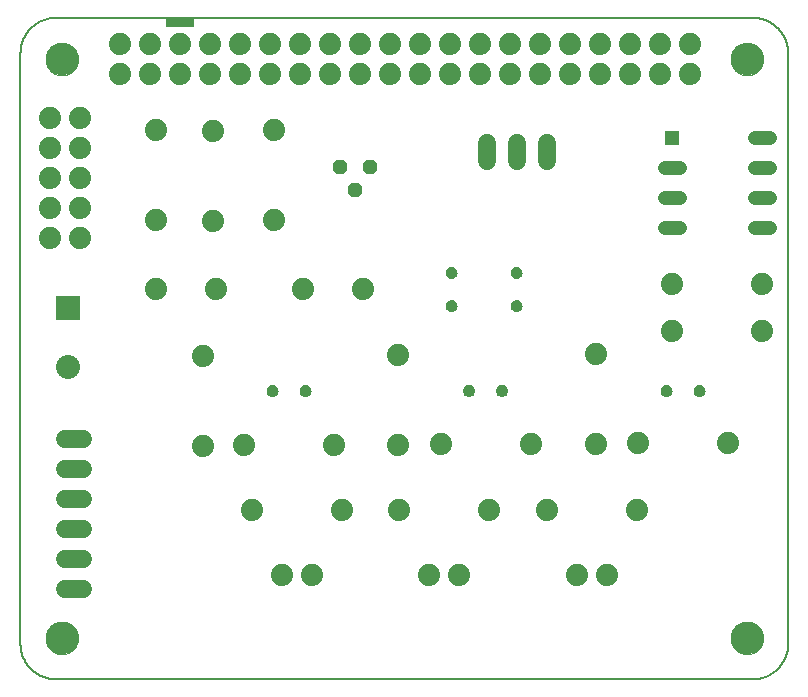
<source format=gts>
G04 EAGLE Gerber RS-274X export*
G75*
%MOMM*%
%FSLAX34Y34*%
%LPD*%
%INSolder Mask top*%
%IPPOS*%
%AMOC8*
5,1,8,0,0,1.08239X$1,22.5*%
G01*
%ADD10C,0.000000*%
%ADD11C,2.750000*%
%ADD12C,0.203200*%
%ADD13C,1.879600*%
%ADD14P,1.319650X8X202.500000*%
%ADD15C,1.524000*%
%ADD16R,1.219200X1.219200*%
%ADD17C,1.219200*%
%ADD18R,2.032000X2.032000*%
%ADD19C,2.032000*%

G36*
X146005Y551954D02*
X146005Y551954D01*
X146008Y551951D01*
X146317Y552000D01*
X146325Y552008D01*
X146331Y552005D01*
X146610Y552147D01*
X146615Y552157D01*
X146623Y552156D01*
X146844Y552377D01*
X146845Y552389D01*
X146853Y552390D01*
X146995Y552669D01*
X146994Y552673D01*
X146998Y552676D01*
X146995Y552680D01*
X147000Y552683D01*
X147049Y552992D01*
X147046Y552997D01*
X147049Y553000D01*
X147049Y560000D01*
X147013Y560047D01*
X147006Y560042D01*
X147000Y560049D01*
X123000Y560049D01*
X122953Y560013D01*
X122958Y560006D01*
X122951Y560000D01*
X122951Y553000D01*
X122954Y552995D01*
X122951Y552992D01*
X123000Y552683D01*
X123008Y552675D01*
X123005Y552669D01*
X123147Y552390D01*
X123157Y552385D01*
X123156Y552377D01*
X123377Y552156D01*
X123389Y552155D01*
X123390Y552147D01*
X123669Y552005D01*
X123680Y552007D01*
X123683Y552000D01*
X123992Y551951D01*
X123997Y551954D01*
X124000Y551951D01*
X146000Y551951D01*
X146005Y551954D01*
G37*
G36*
X421011Y339091D02*
X421011Y339091D01*
X421060Y339105D01*
X421150Y339121D01*
X422106Y339437D01*
X422151Y339461D01*
X422235Y339497D01*
X423096Y340018D01*
X423134Y340051D01*
X423209Y340104D01*
X423933Y340804D01*
X423962Y340845D01*
X424023Y340914D01*
X424573Y341757D01*
X424593Y341803D01*
X424637Y341884D01*
X424985Y342828D01*
X424994Y342878D01*
X425019Y342966D01*
X425149Y343964D01*
X425147Y344007D01*
X425148Y344133D01*
X425009Y345144D01*
X424993Y345192D01*
X424974Y345282D01*
X424612Y346237D01*
X424586Y346280D01*
X424548Y346364D01*
X423983Y347214D01*
X423948Y347251D01*
X423891Y347323D01*
X423152Y348027D01*
X423109Y348055D01*
X423038Y348113D01*
X422160Y348634D01*
X422113Y348652D01*
X422031Y348693D01*
X421059Y349006D01*
X421009Y349013D01*
X420920Y349034D01*
X419902Y349123D01*
X419852Y349118D01*
X419761Y349119D01*
X418797Y348988D01*
X418749Y348972D01*
X418660Y348953D01*
X417749Y348611D01*
X417706Y348585D01*
X417623Y348546D01*
X416811Y348009D01*
X416775Y347974D01*
X416702Y347918D01*
X416030Y347214D01*
X416003Y347172D01*
X415944Y347101D01*
X415446Y346266D01*
X415428Y346218D01*
X415388Y346136D01*
X415088Y345211D01*
X415081Y345160D01*
X415059Y345071D01*
X414973Y344102D01*
X414977Y344055D01*
X414974Y343980D01*
X415076Y343004D01*
X415090Y342956D01*
X415106Y342866D01*
X415422Y341937D01*
X415447Y341893D01*
X415483Y341808D01*
X415997Y340973D01*
X416031Y340936D01*
X416085Y340861D01*
X416773Y340162D01*
X416814Y340132D01*
X416883Y340072D01*
X417710Y339543D01*
X417756Y339524D01*
X417837Y339480D01*
X418760Y339148D01*
X418810Y339140D01*
X418899Y339115D01*
X419873Y338997D01*
X419923Y339000D01*
X420009Y338996D01*
X421011Y339091D01*
G37*
G36*
X366011Y339091D02*
X366011Y339091D01*
X366060Y339105D01*
X366150Y339121D01*
X367106Y339437D01*
X367151Y339461D01*
X367235Y339497D01*
X368096Y340018D01*
X368134Y340051D01*
X368209Y340104D01*
X368933Y340804D01*
X368962Y340845D01*
X369023Y340914D01*
X369573Y341757D01*
X369593Y341803D01*
X369637Y341884D01*
X369985Y342828D01*
X369994Y342878D01*
X370019Y342966D01*
X370149Y343964D01*
X370147Y344007D01*
X370148Y344133D01*
X370009Y345144D01*
X369993Y345192D01*
X369974Y345282D01*
X369612Y346237D01*
X369586Y346280D01*
X369548Y346364D01*
X368983Y347214D01*
X368948Y347251D01*
X368891Y347323D01*
X368152Y348027D01*
X368109Y348055D01*
X368038Y348113D01*
X367160Y348634D01*
X367113Y348652D01*
X367031Y348693D01*
X366059Y349006D01*
X366009Y349013D01*
X365920Y349034D01*
X364902Y349123D01*
X364852Y349118D01*
X364761Y349119D01*
X363797Y348988D01*
X363749Y348972D01*
X363660Y348953D01*
X362749Y348611D01*
X362706Y348585D01*
X362623Y348546D01*
X361811Y348009D01*
X361775Y347974D01*
X361702Y347918D01*
X361030Y347214D01*
X361003Y347172D01*
X360944Y347101D01*
X360446Y346266D01*
X360428Y346218D01*
X360388Y346136D01*
X360088Y345211D01*
X360081Y345160D01*
X360059Y345071D01*
X359973Y344102D01*
X359977Y344055D01*
X359974Y343980D01*
X360076Y343004D01*
X360090Y342956D01*
X360106Y342866D01*
X360422Y341937D01*
X360447Y341893D01*
X360483Y341808D01*
X360997Y340973D01*
X361031Y340936D01*
X361085Y340861D01*
X361773Y340162D01*
X361814Y340132D01*
X361883Y340072D01*
X362710Y339543D01*
X362756Y339524D01*
X362837Y339480D01*
X363760Y339148D01*
X363810Y339140D01*
X363899Y339115D01*
X364873Y338997D01*
X364923Y339000D01*
X365009Y338996D01*
X366011Y339091D01*
G37*
G36*
X366011Y311100D02*
X366011Y311100D01*
X366060Y311114D01*
X366150Y311130D01*
X367106Y311446D01*
X367151Y311470D01*
X367235Y311506D01*
X368096Y312027D01*
X368134Y312060D01*
X368209Y312113D01*
X368933Y312813D01*
X368962Y312854D01*
X369023Y312923D01*
X369573Y313766D01*
X369593Y313812D01*
X369637Y313893D01*
X369985Y314837D01*
X369994Y314887D01*
X370019Y314975D01*
X370149Y315973D01*
X370147Y316016D01*
X370148Y316142D01*
X370009Y317153D01*
X369993Y317201D01*
X369974Y317291D01*
X369612Y318246D01*
X369586Y318289D01*
X369548Y318373D01*
X368983Y319223D01*
X368948Y319260D01*
X368891Y319332D01*
X368152Y320036D01*
X368109Y320064D01*
X368038Y320122D01*
X367160Y320643D01*
X367113Y320661D01*
X367031Y320702D01*
X366059Y321015D01*
X366009Y321022D01*
X365920Y321043D01*
X364902Y321132D01*
X364852Y321127D01*
X364761Y321128D01*
X363797Y320997D01*
X363749Y320981D01*
X363660Y320962D01*
X362749Y320620D01*
X362706Y320594D01*
X362623Y320555D01*
X361811Y320018D01*
X361775Y319983D01*
X361702Y319927D01*
X361030Y319223D01*
X361003Y319181D01*
X360944Y319110D01*
X360446Y318275D01*
X360428Y318227D01*
X360388Y318145D01*
X360088Y317220D01*
X360081Y317169D01*
X360059Y317080D01*
X359973Y316111D01*
X359977Y316064D01*
X359974Y315989D01*
X360076Y315013D01*
X360090Y314965D01*
X360106Y314875D01*
X360422Y313946D01*
X360447Y313902D01*
X360483Y313817D01*
X360997Y312982D01*
X361031Y312945D01*
X361085Y312870D01*
X361773Y312171D01*
X361814Y312141D01*
X361883Y312081D01*
X362710Y311552D01*
X362756Y311533D01*
X362837Y311489D01*
X363760Y311157D01*
X363810Y311149D01*
X363899Y311124D01*
X364873Y311006D01*
X364923Y311009D01*
X365009Y311005D01*
X366011Y311100D01*
G37*
G36*
X421011Y311100D02*
X421011Y311100D01*
X421060Y311114D01*
X421150Y311130D01*
X422106Y311446D01*
X422151Y311470D01*
X422235Y311506D01*
X423096Y312027D01*
X423134Y312060D01*
X423209Y312113D01*
X423933Y312813D01*
X423962Y312854D01*
X424023Y312923D01*
X424573Y313766D01*
X424593Y313812D01*
X424637Y313893D01*
X424985Y314837D01*
X424994Y314887D01*
X425019Y314975D01*
X425149Y315973D01*
X425147Y316016D01*
X425148Y316142D01*
X425009Y317153D01*
X424993Y317201D01*
X424974Y317291D01*
X424612Y318246D01*
X424586Y318289D01*
X424548Y318373D01*
X423983Y319223D01*
X423948Y319260D01*
X423891Y319332D01*
X423152Y320036D01*
X423109Y320064D01*
X423038Y320122D01*
X422160Y320643D01*
X422113Y320661D01*
X422031Y320702D01*
X421059Y321015D01*
X421009Y321022D01*
X420920Y321043D01*
X419902Y321132D01*
X419852Y321127D01*
X419761Y321128D01*
X418797Y320997D01*
X418749Y320981D01*
X418660Y320962D01*
X417749Y320620D01*
X417706Y320594D01*
X417623Y320555D01*
X416811Y320018D01*
X416775Y319983D01*
X416702Y319927D01*
X416030Y319223D01*
X416003Y319181D01*
X415944Y319110D01*
X415446Y318275D01*
X415428Y318227D01*
X415388Y318145D01*
X415088Y317220D01*
X415081Y317169D01*
X415059Y317080D01*
X414973Y316111D01*
X414977Y316064D01*
X414974Y315989D01*
X415076Y315013D01*
X415090Y314965D01*
X415106Y314875D01*
X415422Y313946D01*
X415447Y313902D01*
X415483Y313817D01*
X415997Y312982D01*
X416031Y312945D01*
X416085Y312870D01*
X416773Y312171D01*
X416814Y312141D01*
X416883Y312081D01*
X417710Y311552D01*
X417756Y311533D01*
X417837Y311489D01*
X418760Y311157D01*
X418810Y311149D01*
X418899Y311124D01*
X419873Y311006D01*
X419923Y311009D01*
X420009Y311005D01*
X421011Y311100D01*
G37*
G36*
X407736Y239077D02*
X407736Y239077D01*
X407811Y239074D01*
X408787Y239176D01*
X408835Y239190D01*
X408925Y239206D01*
X409854Y239522D01*
X409898Y239547D01*
X409983Y239583D01*
X410818Y240097D01*
X410855Y240131D01*
X410930Y240185D01*
X411630Y240873D01*
X411659Y240914D01*
X411719Y240983D01*
X412248Y241810D01*
X412267Y241856D01*
X412311Y241937D01*
X412643Y242860D01*
X412651Y242910D01*
X412676Y242999D01*
X412794Y243973D01*
X412791Y244023D01*
X412795Y244109D01*
X412700Y245111D01*
X412686Y245160D01*
X412670Y245250D01*
X412354Y246206D01*
X412330Y246251D01*
X412295Y246335D01*
X411773Y247196D01*
X411740Y247234D01*
X411687Y247309D01*
X410987Y248033D01*
X410946Y248062D01*
X410877Y248123D01*
X410034Y248673D01*
X409988Y248693D01*
X409907Y248737D01*
X408963Y249085D01*
X408913Y249094D01*
X408825Y249119D01*
X407827Y249249D01*
X407784Y249247D01*
X407658Y249248D01*
X406647Y249109D01*
X406599Y249093D01*
X406509Y249074D01*
X405554Y248712D01*
X405511Y248686D01*
X405427Y248648D01*
X404577Y248083D01*
X404540Y248048D01*
X404468Y247991D01*
X403764Y247252D01*
X403736Y247209D01*
X403678Y247138D01*
X403157Y246260D01*
X403139Y246213D01*
X403098Y246131D01*
X402785Y245159D01*
X402778Y245109D01*
X402757Y245020D01*
X402668Y244002D01*
X402673Y243952D01*
X402672Y243861D01*
X402803Y242897D01*
X402819Y242849D01*
X402838Y242760D01*
X403180Y241849D01*
X403206Y241806D01*
X403245Y241723D01*
X403782Y240911D01*
X403817Y240875D01*
X403873Y240802D01*
X404577Y240130D01*
X404619Y240103D01*
X404690Y240044D01*
X405526Y239546D01*
X405573Y239528D01*
X405655Y239488D01*
X406581Y239188D01*
X406631Y239181D01*
X406720Y239159D01*
X407689Y239073D01*
X407736Y239077D01*
G37*
G36*
X379745Y239077D02*
X379745Y239077D01*
X379820Y239074D01*
X380796Y239176D01*
X380844Y239190D01*
X380934Y239206D01*
X381863Y239522D01*
X381907Y239547D01*
X381992Y239583D01*
X382827Y240097D01*
X382864Y240131D01*
X382939Y240185D01*
X383639Y240873D01*
X383668Y240914D01*
X383728Y240983D01*
X384257Y241810D01*
X384276Y241856D01*
X384320Y241937D01*
X384652Y242860D01*
X384660Y242910D01*
X384685Y242999D01*
X384803Y243973D01*
X384800Y244023D01*
X384804Y244109D01*
X384709Y245111D01*
X384695Y245160D01*
X384679Y245250D01*
X384363Y246206D01*
X384339Y246251D01*
X384304Y246335D01*
X383782Y247196D01*
X383749Y247234D01*
X383696Y247309D01*
X382996Y248033D01*
X382955Y248062D01*
X382886Y248123D01*
X382043Y248673D01*
X381997Y248693D01*
X381916Y248737D01*
X380972Y249085D01*
X380922Y249094D01*
X380834Y249119D01*
X379836Y249249D01*
X379793Y249247D01*
X379667Y249248D01*
X378656Y249109D01*
X378608Y249093D01*
X378518Y249074D01*
X377563Y248712D01*
X377520Y248686D01*
X377436Y248648D01*
X376586Y248083D01*
X376549Y248048D01*
X376477Y247991D01*
X375773Y247252D01*
X375745Y247209D01*
X375687Y247138D01*
X375166Y246260D01*
X375148Y246213D01*
X375107Y246131D01*
X374794Y245159D01*
X374787Y245109D01*
X374766Y245020D01*
X374677Y244002D01*
X374682Y243952D01*
X374681Y243861D01*
X374812Y242897D01*
X374828Y242849D01*
X374847Y242760D01*
X375189Y241849D01*
X375215Y241806D01*
X375254Y241723D01*
X375791Y240911D01*
X375826Y240875D01*
X375882Y240802D01*
X376586Y240130D01*
X376628Y240103D01*
X376699Y240044D01*
X377535Y239546D01*
X377582Y239528D01*
X377664Y239488D01*
X378590Y239188D01*
X378640Y239181D01*
X378729Y239159D01*
X379698Y239073D01*
X379745Y239077D01*
G37*
G36*
X241436Y239077D02*
X241436Y239077D01*
X241511Y239074D01*
X242487Y239176D01*
X242535Y239190D01*
X242625Y239206D01*
X243554Y239522D01*
X243598Y239547D01*
X243683Y239583D01*
X244518Y240097D01*
X244555Y240131D01*
X244630Y240185D01*
X245330Y240873D01*
X245359Y240914D01*
X245419Y240983D01*
X245948Y241810D01*
X245967Y241856D01*
X246011Y241937D01*
X246343Y242860D01*
X246351Y242910D01*
X246376Y242999D01*
X246494Y243973D01*
X246491Y244023D01*
X246495Y244109D01*
X246400Y245111D01*
X246386Y245160D01*
X246370Y245250D01*
X246054Y246206D01*
X246030Y246251D01*
X245995Y246335D01*
X245473Y247196D01*
X245440Y247234D01*
X245387Y247309D01*
X244687Y248033D01*
X244646Y248062D01*
X244577Y248123D01*
X243734Y248673D01*
X243688Y248693D01*
X243607Y248737D01*
X242663Y249085D01*
X242613Y249094D01*
X242525Y249119D01*
X241527Y249249D01*
X241484Y249247D01*
X241358Y249248D01*
X240347Y249109D01*
X240299Y249093D01*
X240209Y249074D01*
X239254Y248712D01*
X239211Y248686D01*
X239127Y248648D01*
X238277Y248083D01*
X238240Y248048D01*
X238168Y247991D01*
X237464Y247252D01*
X237436Y247209D01*
X237378Y247138D01*
X236857Y246260D01*
X236839Y246213D01*
X236798Y246131D01*
X236485Y245159D01*
X236478Y245109D01*
X236457Y245020D01*
X236368Y244002D01*
X236373Y243952D01*
X236372Y243861D01*
X236503Y242897D01*
X236519Y242849D01*
X236538Y242760D01*
X236880Y241849D01*
X236906Y241806D01*
X236945Y241723D01*
X237482Y240911D01*
X237517Y240875D01*
X237573Y240802D01*
X238277Y240130D01*
X238319Y240103D01*
X238390Y240044D01*
X239226Y239546D01*
X239273Y239528D01*
X239355Y239488D01*
X240281Y239188D01*
X240331Y239181D01*
X240420Y239159D01*
X241389Y239073D01*
X241436Y239077D01*
G37*
G36*
X213445Y239077D02*
X213445Y239077D01*
X213520Y239074D01*
X214496Y239176D01*
X214544Y239190D01*
X214634Y239206D01*
X215563Y239522D01*
X215607Y239547D01*
X215692Y239583D01*
X216527Y240097D01*
X216564Y240131D01*
X216639Y240185D01*
X217339Y240873D01*
X217368Y240914D01*
X217428Y240983D01*
X217957Y241810D01*
X217976Y241856D01*
X218020Y241937D01*
X218352Y242860D01*
X218360Y242910D01*
X218385Y242999D01*
X218503Y243973D01*
X218500Y244023D01*
X218504Y244109D01*
X218409Y245111D01*
X218395Y245160D01*
X218379Y245250D01*
X218063Y246206D01*
X218039Y246251D01*
X218004Y246335D01*
X217482Y247196D01*
X217449Y247234D01*
X217396Y247309D01*
X216696Y248033D01*
X216655Y248062D01*
X216586Y248123D01*
X215743Y248673D01*
X215697Y248693D01*
X215616Y248737D01*
X214672Y249085D01*
X214622Y249094D01*
X214534Y249119D01*
X213536Y249249D01*
X213493Y249247D01*
X213367Y249248D01*
X212356Y249109D01*
X212308Y249093D01*
X212218Y249074D01*
X211263Y248712D01*
X211220Y248686D01*
X211136Y248648D01*
X210286Y248083D01*
X210249Y248048D01*
X210177Y247991D01*
X209473Y247252D01*
X209445Y247209D01*
X209387Y247138D01*
X208866Y246260D01*
X208848Y246213D01*
X208807Y246131D01*
X208494Y245159D01*
X208487Y245109D01*
X208466Y245020D01*
X208377Y244002D01*
X208382Y243952D01*
X208381Y243861D01*
X208512Y242897D01*
X208528Y242849D01*
X208547Y242760D01*
X208889Y241849D01*
X208915Y241806D01*
X208954Y241723D01*
X209491Y240911D01*
X209526Y240875D01*
X209582Y240802D01*
X210286Y240130D01*
X210328Y240103D01*
X210399Y240044D01*
X211235Y239546D01*
X211282Y239528D01*
X211364Y239488D01*
X212290Y239188D01*
X212340Y239181D01*
X212429Y239159D01*
X213398Y239073D01*
X213445Y239077D01*
G37*
G36*
X547045Y239077D02*
X547045Y239077D01*
X547120Y239074D01*
X548096Y239176D01*
X548144Y239190D01*
X548234Y239206D01*
X549163Y239522D01*
X549207Y239547D01*
X549292Y239583D01*
X550127Y240097D01*
X550164Y240131D01*
X550239Y240185D01*
X550939Y240873D01*
X550968Y240914D01*
X551028Y240983D01*
X551557Y241810D01*
X551576Y241856D01*
X551620Y241937D01*
X551952Y242860D01*
X551960Y242910D01*
X551985Y242999D01*
X552103Y243973D01*
X552100Y244023D01*
X552104Y244109D01*
X552009Y245111D01*
X551995Y245160D01*
X551979Y245250D01*
X551663Y246206D01*
X551639Y246251D01*
X551604Y246335D01*
X551082Y247196D01*
X551049Y247234D01*
X550996Y247309D01*
X550296Y248033D01*
X550255Y248062D01*
X550186Y248123D01*
X549343Y248673D01*
X549297Y248693D01*
X549216Y248737D01*
X548272Y249085D01*
X548222Y249094D01*
X548134Y249119D01*
X547136Y249249D01*
X547093Y249247D01*
X546967Y249248D01*
X545956Y249109D01*
X545908Y249093D01*
X545818Y249074D01*
X544863Y248712D01*
X544820Y248686D01*
X544736Y248648D01*
X543886Y248083D01*
X543849Y248048D01*
X543777Y247991D01*
X543073Y247252D01*
X543045Y247209D01*
X542987Y247138D01*
X542466Y246260D01*
X542448Y246213D01*
X542407Y246131D01*
X542094Y245159D01*
X542087Y245109D01*
X542066Y245020D01*
X541977Y244002D01*
X541982Y243952D01*
X541981Y243861D01*
X542112Y242897D01*
X542128Y242849D01*
X542147Y242760D01*
X542489Y241849D01*
X542515Y241806D01*
X542554Y241723D01*
X543091Y240911D01*
X543126Y240875D01*
X543182Y240802D01*
X543886Y240130D01*
X543928Y240103D01*
X543999Y240044D01*
X544835Y239546D01*
X544882Y239528D01*
X544964Y239488D01*
X545890Y239188D01*
X545940Y239181D01*
X546029Y239159D01*
X546998Y239073D01*
X547045Y239077D01*
G37*
G36*
X575036Y239077D02*
X575036Y239077D01*
X575111Y239074D01*
X576087Y239176D01*
X576135Y239190D01*
X576225Y239206D01*
X577154Y239522D01*
X577198Y239547D01*
X577283Y239583D01*
X578118Y240097D01*
X578155Y240131D01*
X578230Y240185D01*
X578930Y240873D01*
X578959Y240914D01*
X579019Y240983D01*
X579548Y241810D01*
X579567Y241856D01*
X579611Y241937D01*
X579943Y242860D01*
X579951Y242910D01*
X579976Y242999D01*
X580094Y243973D01*
X580091Y244023D01*
X580095Y244109D01*
X580000Y245111D01*
X579986Y245160D01*
X579970Y245250D01*
X579654Y246206D01*
X579630Y246251D01*
X579595Y246335D01*
X579073Y247196D01*
X579040Y247234D01*
X578987Y247309D01*
X578287Y248033D01*
X578246Y248062D01*
X578177Y248123D01*
X577334Y248673D01*
X577288Y248693D01*
X577207Y248737D01*
X576263Y249085D01*
X576213Y249094D01*
X576125Y249119D01*
X575127Y249249D01*
X575084Y249247D01*
X574958Y249248D01*
X573947Y249109D01*
X573899Y249093D01*
X573809Y249074D01*
X572854Y248712D01*
X572811Y248686D01*
X572727Y248648D01*
X571877Y248083D01*
X571840Y248048D01*
X571768Y247991D01*
X571064Y247252D01*
X571036Y247209D01*
X570978Y247138D01*
X570457Y246260D01*
X570439Y246213D01*
X570398Y246131D01*
X570085Y245159D01*
X570078Y245109D01*
X570057Y245020D01*
X569968Y244002D01*
X569973Y243952D01*
X569972Y243861D01*
X570103Y242897D01*
X570119Y242849D01*
X570138Y242760D01*
X570480Y241849D01*
X570506Y241806D01*
X570545Y241723D01*
X571082Y240911D01*
X571117Y240875D01*
X571173Y240802D01*
X571877Y240130D01*
X571919Y240103D01*
X571990Y240044D01*
X572826Y239546D01*
X572873Y239528D01*
X572955Y239488D01*
X573881Y239188D01*
X573931Y239181D01*
X574020Y239159D01*
X574989Y239073D01*
X575036Y239077D01*
G37*
D10*
X21250Y525000D02*
X21254Y525337D01*
X21267Y525675D01*
X21287Y526012D01*
X21316Y526348D01*
X21353Y526683D01*
X21399Y527018D01*
X21452Y527351D01*
X21514Y527682D01*
X21584Y528013D01*
X21662Y528341D01*
X21748Y528667D01*
X21842Y528991D01*
X21944Y529313D01*
X22054Y529632D01*
X22171Y529949D01*
X22297Y530262D01*
X22430Y530572D01*
X22570Y530879D01*
X22718Y531182D01*
X22874Y531482D01*
X23036Y531777D01*
X23206Y532069D01*
X23383Y532356D01*
X23567Y532639D01*
X23758Y532917D01*
X23956Y533191D01*
X24160Y533459D01*
X24371Y533723D01*
X24588Y533981D01*
X24812Y534234D01*
X25042Y534481D01*
X25277Y534723D01*
X25519Y534958D01*
X25766Y535188D01*
X26019Y535412D01*
X26277Y535629D01*
X26541Y535840D01*
X26809Y536044D01*
X27083Y536242D01*
X27361Y536433D01*
X27644Y536617D01*
X27931Y536794D01*
X28223Y536964D01*
X28518Y537126D01*
X28818Y537282D01*
X29121Y537430D01*
X29428Y537570D01*
X29738Y537703D01*
X30051Y537829D01*
X30368Y537946D01*
X30687Y538056D01*
X31009Y538158D01*
X31333Y538252D01*
X31659Y538338D01*
X31987Y538416D01*
X32318Y538486D01*
X32649Y538548D01*
X32982Y538601D01*
X33317Y538647D01*
X33652Y538684D01*
X33988Y538713D01*
X34325Y538733D01*
X34663Y538746D01*
X35000Y538750D01*
X35337Y538746D01*
X35675Y538733D01*
X36012Y538713D01*
X36348Y538684D01*
X36683Y538647D01*
X37018Y538601D01*
X37351Y538548D01*
X37682Y538486D01*
X38013Y538416D01*
X38341Y538338D01*
X38667Y538252D01*
X38991Y538158D01*
X39313Y538056D01*
X39632Y537946D01*
X39949Y537829D01*
X40262Y537703D01*
X40572Y537570D01*
X40879Y537430D01*
X41182Y537282D01*
X41482Y537126D01*
X41777Y536964D01*
X42069Y536794D01*
X42356Y536617D01*
X42639Y536433D01*
X42917Y536242D01*
X43191Y536044D01*
X43459Y535840D01*
X43723Y535629D01*
X43981Y535412D01*
X44234Y535188D01*
X44481Y534958D01*
X44723Y534723D01*
X44958Y534481D01*
X45188Y534234D01*
X45412Y533981D01*
X45629Y533723D01*
X45840Y533459D01*
X46044Y533191D01*
X46242Y532917D01*
X46433Y532639D01*
X46617Y532356D01*
X46794Y532069D01*
X46964Y531777D01*
X47126Y531482D01*
X47282Y531182D01*
X47430Y530879D01*
X47570Y530572D01*
X47703Y530262D01*
X47829Y529949D01*
X47946Y529632D01*
X48056Y529313D01*
X48158Y528991D01*
X48252Y528667D01*
X48338Y528341D01*
X48416Y528013D01*
X48486Y527682D01*
X48548Y527351D01*
X48601Y527018D01*
X48647Y526683D01*
X48684Y526348D01*
X48713Y526012D01*
X48733Y525675D01*
X48746Y525337D01*
X48750Y525000D01*
X48746Y524663D01*
X48733Y524325D01*
X48713Y523988D01*
X48684Y523652D01*
X48647Y523317D01*
X48601Y522982D01*
X48548Y522649D01*
X48486Y522318D01*
X48416Y521987D01*
X48338Y521659D01*
X48252Y521333D01*
X48158Y521009D01*
X48056Y520687D01*
X47946Y520368D01*
X47829Y520051D01*
X47703Y519738D01*
X47570Y519428D01*
X47430Y519121D01*
X47282Y518818D01*
X47126Y518518D01*
X46964Y518223D01*
X46794Y517931D01*
X46617Y517644D01*
X46433Y517361D01*
X46242Y517083D01*
X46044Y516809D01*
X45840Y516541D01*
X45629Y516277D01*
X45412Y516019D01*
X45188Y515766D01*
X44958Y515519D01*
X44723Y515277D01*
X44481Y515042D01*
X44234Y514812D01*
X43981Y514588D01*
X43723Y514371D01*
X43459Y514160D01*
X43191Y513956D01*
X42917Y513758D01*
X42639Y513567D01*
X42356Y513383D01*
X42069Y513206D01*
X41777Y513036D01*
X41482Y512874D01*
X41182Y512718D01*
X40879Y512570D01*
X40572Y512430D01*
X40262Y512297D01*
X39949Y512171D01*
X39632Y512054D01*
X39313Y511944D01*
X38991Y511842D01*
X38667Y511748D01*
X38341Y511662D01*
X38013Y511584D01*
X37682Y511514D01*
X37351Y511452D01*
X37018Y511399D01*
X36683Y511353D01*
X36348Y511316D01*
X36012Y511287D01*
X35675Y511267D01*
X35337Y511254D01*
X35000Y511250D01*
X34663Y511254D01*
X34325Y511267D01*
X33988Y511287D01*
X33652Y511316D01*
X33317Y511353D01*
X32982Y511399D01*
X32649Y511452D01*
X32318Y511514D01*
X31987Y511584D01*
X31659Y511662D01*
X31333Y511748D01*
X31009Y511842D01*
X30687Y511944D01*
X30368Y512054D01*
X30051Y512171D01*
X29738Y512297D01*
X29428Y512430D01*
X29121Y512570D01*
X28818Y512718D01*
X28518Y512874D01*
X28223Y513036D01*
X27931Y513206D01*
X27644Y513383D01*
X27361Y513567D01*
X27083Y513758D01*
X26809Y513956D01*
X26541Y514160D01*
X26277Y514371D01*
X26019Y514588D01*
X25766Y514812D01*
X25519Y515042D01*
X25277Y515277D01*
X25042Y515519D01*
X24812Y515766D01*
X24588Y516019D01*
X24371Y516277D01*
X24160Y516541D01*
X23956Y516809D01*
X23758Y517083D01*
X23567Y517361D01*
X23383Y517644D01*
X23206Y517931D01*
X23036Y518223D01*
X22874Y518518D01*
X22718Y518818D01*
X22570Y519121D01*
X22430Y519428D01*
X22297Y519738D01*
X22171Y520051D01*
X22054Y520368D01*
X21944Y520687D01*
X21842Y521009D01*
X21748Y521333D01*
X21662Y521659D01*
X21584Y521987D01*
X21514Y522318D01*
X21452Y522649D01*
X21399Y522982D01*
X21353Y523317D01*
X21316Y523652D01*
X21287Y523988D01*
X21267Y524325D01*
X21254Y524663D01*
X21250Y525000D01*
D11*
X35000Y525000D03*
D10*
X601250Y525000D02*
X601254Y525337D01*
X601267Y525675D01*
X601287Y526012D01*
X601316Y526348D01*
X601353Y526683D01*
X601399Y527018D01*
X601452Y527351D01*
X601514Y527682D01*
X601584Y528013D01*
X601662Y528341D01*
X601748Y528667D01*
X601842Y528991D01*
X601944Y529313D01*
X602054Y529632D01*
X602171Y529949D01*
X602297Y530262D01*
X602430Y530572D01*
X602570Y530879D01*
X602718Y531182D01*
X602874Y531482D01*
X603036Y531777D01*
X603206Y532069D01*
X603383Y532356D01*
X603567Y532639D01*
X603758Y532917D01*
X603956Y533191D01*
X604160Y533459D01*
X604371Y533723D01*
X604588Y533981D01*
X604812Y534234D01*
X605042Y534481D01*
X605277Y534723D01*
X605519Y534958D01*
X605766Y535188D01*
X606019Y535412D01*
X606277Y535629D01*
X606541Y535840D01*
X606809Y536044D01*
X607083Y536242D01*
X607361Y536433D01*
X607644Y536617D01*
X607931Y536794D01*
X608223Y536964D01*
X608518Y537126D01*
X608818Y537282D01*
X609121Y537430D01*
X609428Y537570D01*
X609738Y537703D01*
X610051Y537829D01*
X610368Y537946D01*
X610687Y538056D01*
X611009Y538158D01*
X611333Y538252D01*
X611659Y538338D01*
X611987Y538416D01*
X612318Y538486D01*
X612649Y538548D01*
X612982Y538601D01*
X613317Y538647D01*
X613652Y538684D01*
X613988Y538713D01*
X614325Y538733D01*
X614663Y538746D01*
X615000Y538750D01*
X615337Y538746D01*
X615675Y538733D01*
X616012Y538713D01*
X616348Y538684D01*
X616683Y538647D01*
X617018Y538601D01*
X617351Y538548D01*
X617682Y538486D01*
X618013Y538416D01*
X618341Y538338D01*
X618667Y538252D01*
X618991Y538158D01*
X619313Y538056D01*
X619632Y537946D01*
X619949Y537829D01*
X620262Y537703D01*
X620572Y537570D01*
X620879Y537430D01*
X621182Y537282D01*
X621482Y537126D01*
X621777Y536964D01*
X622069Y536794D01*
X622356Y536617D01*
X622639Y536433D01*
X622917Y536242D01*
X623191Y536044D01*
X623459Y535840D01*
X623723Y535629D01*
X623981Y535412D01*
X624234Y535188D01*
X624481Y534958D01*
X624723Y534723D01*
X624958Y534481D01*
X625188Y534234D01*
X625412Y533981D01*
X625629Y533723D01*
X625840Y533459D01*
X626044Y533191D01*
X626242Y532917D01*
X626433Y532639D01*
X626617Y532356D01*
X626794Y532069D01*
X626964Y531777D01*
X627126Y531482D01*
X627282Y531182D01*
X627430Y530879D01*
X627570Y530572D01*
X627703Y530262D01*
X627829Y529949D01*
X627946Y529632D01*
X628056Y529313D01*
X628158Y528991D01*
X628252Y528667D01*
X628338Y528341D01*
X628416Y528013D01*
X628486Y527682D01*
X628548Y527351D01*
X628601Y527018D01*
X628647Y526683D01*
X628684Y526348D01*
X628713Y526012D01*
X628733Y525675D01*
X628746Y525337D01*
X628750Y525000D01*
X628746Y524663D01*
X628733Y524325D01*
X628713Y523988D01*
X628684Y523652D01*
X628647Y523317D01*
X628601Y522982D01*
X628548Y522649D01*
X628486Y522318D01*
X628416Y521987D01*
X628338Y521659D01*
X628252Y521333D01*
X628158Y521009D01*
X628056Y520687D01*
X627946Y520368D01*
X627829Y520051D01*
X627703Y519738D01*
X627570Y519428D01*
X627430Y519121D01*
X627282Y518818D01*
X627126Y518518D01*
X626964Y518223D01*
X626794Y517931D01*
X626617Y517644D01*
X626433Y517361D01*
X626242Y517083D01*
X626044Y516809D01*
X625840Y516541D01*
X625629Y516277D01*
X625412Y516019D01*
X625188Y515766D01*
X624958Y515519D01*
X624723Y515277D01*
X624481Y515042D01*
X624234Y514812D01*
X623981Y514588D01*
X623723Y514371D01*
X623459Y514160D01*
X623191Y513956D01*
X622917Y513758D01*
X622639Y513567D01*
X622356Y513383D01*
X622069Y513206D01*
X621777Y513036D01*
X621482Y512874D01*
X621182Y512718D01*
X620879Y512570D01*
X620572Y512430D01*
X620262Y512297D01*
X619949Y512171D01*
X619632Y512054D01*
X619313Y511944D01*
X618991Y511842D01*
X618667Y511748D01*
X618341Y511662D01*
X618013Y511584D01*
X617682Y511514D01*
X617351Y511452D01*
X617018Y511399D01*
X616683Y511353D01*
X616348Y511316D01*
X616012Y511287D01*
X615675Y511267D01*
X615337Y511254D01*
X615000Y511250D01*
X614663Y511254D01*
X614325Y511267D01*
X613988Y511287D01*
X613652Y511316D01*
X613317Y511353D01*
X612982Y511399D01*
X612649Y511452D01*
X612318Y511514D01*
X611987Y511584D01*
X611659Y511662D01*
X611333Y511748D01*
X611009Y511842D01*
X610687Y511944D01*
X610368Y512054D01*
X610051Y512171D01*
X609738Y512297D01*
X609428Y512430D01*
X609121Y512570D01*
X608818Y512718D01*
X608518Y512874D01*
X608223Y513036D01*
X607931Y513206D01*
X607644Y513383D01*
X607361Y513567D01*
X607083Y513758D01*
X606809Y513956D01*
X606541Y514160D01*
X606277Y514371D01*
X606019Y514588D01*
X605766Y514812D01*
X605519Y515042D01*
X605277Y515277D01*
X605042Y515519D01*
X604812Y515766D01*
X604588Y516019D01*
X604371Y516277D01*
X604160Y516541D01*
X603956Y516809D01*
X603758Y517083D01*
X603567Y517361D01*
X603383Y517644D01*
X603206Y517931D01*
X603036Y518223D01*
X602874Y518518D01*
X602718Y518818D01*
X602570Y519121D01*
X602430Y519428D01*
X602297Y519738D01*
X602171Y520051D01*
X602054Y520368D01*
X601944Y520687D01*
X601842Y521009D01*
X601748Y521333D01*
X601662Y521659D01*
X601584Y521987D01*
X601514Y522318D01*
X601452Y522649D01*
X601399Y522982D01*
X601353Y523317D01*
X601316Y523652D01*
X601287Y523988D01*
X601267Y524325D01*
X601254Y524663D01*
X601250Y525000D01*
D11*
X615000Y525000D03*
D10*
X21250Y35000D02*
X21254Y35337D01*
X21267Y35675D01*
X21287Y36012D01*
X21316Y36348D01*
X21353Y36683D01*
X21399Y37018D01*
X21452Y37351D01*
X21514Y37682D01*
X21584Y38013D01*
X21662Y38341D01*
X21748Y38667D01*
X21842Y38991D01*
X21944Y39313D01*
X22054Y39632D01*
X22171Y39949D01*
X22297Y40262D01*
X22430Y40572D01*
X22570Y40879D01*
X22718Y41182D01*
X22874Y41482D01*
X23036Y41777D01*
X23206Y42069D01*
X23383Y42356D01*
X23567Y42639D01*
X23758Y42917D01*
X23956Y43191D01*
X24160Y43459D01*
X24371Y43723D01*
X24588Y43981D01*
X24812Y44234D01*
X25042Y44481D01*
X25277Y44723D01*
X25519Y44958D01*
X25766Y45188D01*
X26019Y45412D01*
X26277Y45629D01*
X26541Y45840D01*
X26809Y46044D01*
X27083Y46242D01*
X27361Y46433D01*
X27644Y46617D01*
X27931Y46794D01*
X28223Y46964D01*
X28518Y47126D01*
X28818Y47282D01*
X29121Y47430D01*
X29428Y47570D01*
X29738Y47703D01*
X30051Y47829D01*
X30368Y47946D01*
X30687Y48056D01*
X31009Y48158D01*
X31333Y48252D01*
X31659Y48338D01*
X31987Y48416D01*
X32318Y48486D01*
X32649Y48548D01*
X32982Y48601D01*
X33317Y48647D01*
X33652Y48684D01*
X33988Y48713D01*
X34325Y48733D01*
X34663Y48746D01*
X35000Y48750D01*
X35337Y48746D01*
X35675Y48733D01*
X36012Y48713D01*
X36348Y48684D01*
X36683Y48647D01*
X37018Y48601D01*
X37351Y48548D01*
X37682Y48486D01*
X38013Y48416D01*
X38341Y48338D01*
X38667Y48252D01*
X38991Y48158D01*
X39313Y48056D01*
X39632Y47946D01*
X39949Y47829D01*
X40262Y47703D01*
X40572Y47570D01*
X40879Y47430D01*
X41182Y47282D01*
X41482Y47126D01*
X41777Y46964D01*
X42069Y46794D01*
X42356Y46617D01*
X42639Y46433D01*
X42917Y46242D01*
X43191Y46044D01*
X43459Y45840D01*
X43723Y45629D01*
X43981Y45412D01*
X44234Y45188D01*
X44481Y44958D01*
X44723Y44723D01*
X44958Y44481D01*
X45188Y44234D01*
X45412Y43981D01*
X45629Y43723D01*
X45840Y43459D01*
X46044Y43191D01*
X46242Y42917D01*
X46433Y42639D01*
X46617Y42356D01*
X46794Y42069D01*
X46964Y41777D01*
X47126Y41482D01*
X47282Y41182D01*
X47430Y40879D01*
X47570Y40572D01*
X47703Y40262D01*
X47829Y39949D01*
X47946Y39632D01*
X48056Y39313D01*
X48158Y38991D01*
X48252Y38667D01*
X48338Y38341D01*
X48416Y38013D01*
X48486Y37682D01*
X48548Y37351D01*
X48601Y37018D01*
X48647Y36683D01*
X48684Y36348D01*
X48713Y36012D01*
X48733Y35675D01*
X48746Y35337D01*
X48750Y35000D01*
X48746Y34663D01*
X48733Y34325D01*
X48713Y33988D01*
X48684Y33652D01*
X48647Y33317D01*
X48601Y32982D01*
X48548Y32649D01*
X48486Y32318D01*
X48416Y31987D01*
X48338Y31659D01*
X48252Y31333D01*
X48158Y31009D01*
X48056Y30687D01*
X47946Y30368D01*
X47829Y30051D01*
X47703Y29738D01*
X47570Y29428D01*
X47430Y29121D01*
X47282Y28818D01*
X47126Y28518D01*
X46964Y28223D01*
X46794Y27931D01*
X46617Y27644D01*
X46433Y27361D01*
X46242Y27083D01*
X46044Y26809D01*
X45840Y26541D01*
X45629Y26277D01*
X45412Y26019D01*
X45188Y25766D01*
X44958Y25519D01*
X44723Y25277D01*
X44481Y25042D01*
X44234Y24812D01*
X43981Y24588D01*
X43723Y24371D01*
X43459Y24160D01*
X43191Y23956D01*
X42917Y23758D01*
X42639Y23567D01*
X42356Y23383D01*
X42069Y23206D01*
X41777Y23036D01*
X41482Y22874D01*
X41182Y22718D01*
X40879Y22570D01*
X40572Y22430D01*
X40262Y22297D01*
X39949Y22171D01*
X39632Y22054D01*
X39313Y21944D01*
X38991Y21842D01*
X38667Y21748D01*
X38341Y21662D01*
X38013Y21584D01*
X37682Y21514D01*
X37351Y21452D01*
X37018Y21399D01*
X36683Y21353D01*
X36348Y21316D01*
X36012Y21287D01*
X35675Y21267D01*
X35337Y21254D01*
X35000Y21250D01*
X34663Y21254D01*
X34325Y21267D01*
X33988Y21287D01*
X33652Y21316D01*
X33317Y21353D01*
X32982Y21399D01*
X32649Y21452D01*
X32318Y21514D01*
X31987Y21584D01*
X31659Y21662D01*
X31333Y21748D01*
X31009Y21842D01*
X30687Y21944D01*
X30368Y22054D01*
X30051Y22171D01*
X29738Y22297D01*
X29428Y22430D01*
X29121Y22570D01*
X28818Y22718D01*
X28518Y22874D01*
X28223Y23036D01*
X27931Y23206D01*
X27644Y23383D01*
X27361Y23567D01*
X27083Y23758D01*
X26809Y23956D01*
X26541Y24160D01*
X26277Y24371D01*
X26019Y24588D01*
X25766Y24812D01*
X25519Y25042D01*
X25277Y25277D01*
X25042Y25519D01*
X24812Y25766D01*
X24588Y26019D01*
X24371Y26277D01*
X24160Y26541D01*
X23956Y26809D01*
X23758Y27083D01*
X23567Y27361D01*
X23383Y27644D01*
X23206Y27931D01*
X23036Y28223D01*
X22874Y28518D01*
X22718Y28818D01*
X22570Y29121D01*
X22430Y29428D01*
X22297Y29738D01*
X22171Y30051D01*
X22054Y30368D01*
X21944Y30687D01*
X21842Y31009D01*
X21748Y31333D01*
X21662Y31659D01*
X21584Y31987D01*
X21514Y32318D01*
X21452Y32649D01*
X21399Y32982D01*
X21353Y33317D01*
X21316Y33652D01*
X21287Y33988D01*
X21267Y34325D01*
X21254Y34663D01*
X21250Y35000D01*
D11*
X35000Y35000D03*
D10*
X601250Y35000D02*
X601254Y35337D01*
X601267Y35675D01*
X601287Y36012D01*
X601316Y36348D01*
X601353Y36683D01*
X601399Y37018D01*
X601452Y37351D01*
X601514Y37682D01*
X601584Y38013D01*
X601662Y38341D01*
X601748Y38667D01*
X601842Y38991D01*
X601944Y39313D01*
X602054Y39632D01*
X602171Y39949D01*
X602297Y40262D01*
X602430Y40572D01*
X602570Y40879D01*
X602718Y41182D01*
X602874Y41482D01*
X603036Y41777D01*
X603206Y42069D01*
X603383Y42356D01*
X603567Y42639D01*
X603758Y42917D01*
X603956Y43191D01*
X604160Y43459D01*
X604371Y43723D01*
X604588Y43981D01*
X604812Y44234D01*
X605042Y44481D01*
X605277Y44723D01*
X605519Y44958D01*
X605766Y45188D01*
X606019Y45412D01*
X606277Y45629D01*
X606541Y45840D01*
X606809Y46044D01*
X607083Y46242D01*
X607361Y46433D01*
X607644Y46617D01*
X607931Y46794D01*
X608223Y46964D01*
X608518Y47126D01*
X608818Y47282D01*
X609121Y47430D01*
X609428Y47570D01*
X609738Y47703D01*
X610051Y47829D01*
X610368Y47946D01*
X610687Y48056D01*
X611009Y48158D01*
X611333Y48252D01*
X611659Y48338D01*
X611987Y48416D01*
X612318Y48486D01*
X612649Y48548D01*
X612982Y48601D01*
X613317Y48647D01*
X613652Y48684D01*
X613988Y48713D01*
X614325Y48733D01*
X614663Y48746D01*
X615000Y48750D01*
X615337Y48746D01*
X615675Y48733D01*
X616012Y48713D01*
X616348Y48684D01*
X616683Y48647D01*
X617018Y48601D01*
X617351Y48548D01*
X617682Y48486D01*
X618013Y48416D01*
X618341Y48338D01*
X618667Y48252D01*
X618991Y48158D01*
X619313Y48056D01*
X619632Y47946D01*
X619949Y47829D01*
X620262Y47703D01*
X620572Y47570D01*
X620879Y47430D01*
X621182Y47282D01*
X621482Y47126D01*
X621777Y46964D01*
X622069Y46794D01*
X622356Y46617D01*
X622639Y46433D01*
X622917Y46242D01*
X623191Y46044D01*
X623459Y45840D01*
X623723Y45629D01*
X623981Y45412D01*
X624234Y45188D01*
X624481Y44958D01*
X624723Y44723D01*
X624958Y44481D01*
X625188Y44234D01*
X625412Y43981D01*
X625629Y43723D01*
X625840Y43459D01*
X626044Y43191D01*
X626242Y42917D01*
X626433Y42639D01*
X626617Y42356D01*
X626794Y42069D01*
X626964Y41777D01*
X627126Y41482D01*
X627282Y41182D01*
X627430Y40879D01*
X627570Y40572D01*
X627703Y40262D01*
X627829Y39949D01*
X627946Y39632D01*
X628056Y39313D01*
X628158Y38991D01*
X628252Y38667D01*
X628338Y38341D01*
X628416Y38013D01*
X628486Y37682D01*
X628548Y37351D01*
X628601Y37018D01*
X628647Y36683D01*
X628684Y36348D01*
X628713Y36012D01*
X628733Y35675D01*
X628746Y35337D01*
X628750Y35000D01*
X628746Y34663D01*
X628733Y34325D01*
X628713Y33988D01*
X628684Y33652D01*
X628647Y33317D01*
X628601Y32982D01*
X628548Y32649D01*
X628486Y32318D01*
X628416Y31987D01*
X628338Y31659D01*
X628252Y31333D01*
X628158Y31009D01*
X628056Y30687D01*
X627946Y30368D01*
X627829Y30051D01*
X627703Y29738D01*
X627570Y29428D01*
X627430Y29121D01*
X627282Y28818D01*
X627126Y28518D01*
X626964Y28223D01*
X626794Y27931D01*
X626617Y27644D01*
X626433Y27361D01*
X626242Y27083D01*
X626044Y26809D01*
X625840Y26541D01*
X625629Y26277D01*
X625412Y26019D01*
X625188Y25766D01*
X624958Y25519D01*
X624723Y25277D01*
X624481Y25042D01*
X624234Y24812D01*
X623981Y24588D01*
X623723Y24371D01*
X623459Y24160D01*
X623191Y23956D01*
X622917Y23758D01*
X622639Y23567D01*
X622356Y23383D01*
X622069Y23206D01*
X621777Y23036D01*
X621482Y22874D01*
X621182Y22718D01*
X620879Y22570D01*
X620572Y22430D01*
X620262Y22297D01*
X619949Y22171D01*
X619632Y22054D01*
X619313Y21944D01*
X618991Y21842D01*
X618667Y21748D01*
X618341Y21662D01*
X618013Y21584D01*
X617682Y21514D01*
X617351Y21452D01*
X617018Y21399D01*
X616683Y21353D01*
X616348Y21316D01*
X616012Y21287D01*
X615675Y21267D01*
X615337Y21254D01*
X615000Y21250D01*
X614663Y21254D01*
X614325Y21267D01*
X613988Y21287D01*
X613652Y21316D01*
X613317Y21353D01*
X612982Y21399D01*
X612649Y21452D01*
X612318Y21514D01*
X611987Y21584D01*
X611659Y21662D01*
X611333Y21748D01*
X611009Y21842D01*
X610687Y21944D01*
X610368Y22054D01*
X610051Y22171D01*
X609738Y22297D01*
X609428Y22430D01*
X609121Y22570D01*
X608818Y22718D01*
X608518Y22874D01*
X608223Y23036D01*
X607931Y23206D01*
X607644Y23383D01*
X607361Y23567D01*
X607083Y23758D01*
X606809Y23956D01*
X606541Y24160D01*
X606277Y24371D01*
X606019Y24588D01*
X605766Y24812D01*
X605519Y25042D01*
X605277Y25277D01*
X605042Y25519D01*
X604812Y25766D01*
X604588Y26019D01*
X604371Y26277D01*
X604160Y26541D01*
X603956Y26809D01*
X603758Y27083D01*
X603567Y27361D01*
X603383Y27644D01*
X603206Y27931D01*
X603036Y28223D01*
X602874Y28518D01*
X602718Y28818D01*
X602570Y29121D01*
X602430Y29428D01*
X602297Y29738D01*
X602171Y30051D01*
X602054Y30368D01*
X601944Y30687D01*
X601842Y31009D01*
X601748Y31333D01*
X601662Y31659D01*
X601584Y31987D01*
X601514Y32318D01*
X601452Y32649D01*
X601399Y32982D01*
X601353Y33317D01*
X601316Y33652D01*
X601287Y33988D01*
X601267Y34325D01*
X601254Y34663D01*
X601250Y35000D01*
D11*
X615000Y35000D03*
D12*
X620000Y0D02*
X30000Y0D01*
X620000Y0D02*
X620725Y9D01*
X621449Y35D01*
X622173Y79D01*
X622895Y140D01*
X623616Y219D01*
X624335Y315D01*
X625051Y428D01*
X625764Y559D01*
X626474Y707D01*
X627179Y872D01*
X627881Y1054D01*
X628578Y1253D01*
X629271Y1468D01*
X629957Y1701D01*
X630638Y1950D01*
X631313Y2215D01*
X631981Y2496D01*
X632642Y2794D01*
X633296Y3107D01*
X633942Y3436D01*
X634580Y3781D01*
X635209Y4141D01*
X635829Y4516D01*
X636440Y4906D01*
X637042Y5310D01*
X637634Y5729D01*
X638215Y6163D01*
X638786Y6610D01*
X639345Y7071D01*
X639894Y7545D01*
X640430Y8032D01*
X640955Y8532D01*
X641468Y9045D01*
X641968Y9570D01*
X642455Y10106D01*
X642929Y10655D01*
X643390Y11214D01*
X643837Y11785D01*
X644271Y12366D01*
X644690Y12958D01*
X645094Y13560D01*
X645484Y14171D01*
X645859Y14791D01*
X646219Y15420D01*
X646564Y16058D01*
X646893Y16704D01*
X647206Y17358D01*
X647504Y18019D01*
X647785Y18687D01*
X648050Y19362D01*
X648299Y20043D01*
X648532Y20729D01*
X648747Y21422D01*
X648946Y22119D01*
X649128Y22821D01*
X649293Y23526D01*
X649441Y24236D01*
X649572Y24949D01*
X649685Y25665D01*
X649781Y26384D01*
X649860Y27105D01*
X649921Y27827D01*
X649965Y28551D01*
X649991Y29275D01*
X650000Y30000D01*
X650000Y530000D01*
X649991Y530725D01*
X649965Y531449D01*
X649921Y532173D01*
X649860Y532895D01*
X649781Y533616D01*
X649685Y534335D01*
X649572Y535051D01*
X649441Y535764D01*
X649293Y536474D01*
X649128Y537179D01*
X648946Y537881D01*
X648747Y538578D01*
X648532Y539271D01*
X648299Y539957D01*
X648050Y540638D01*
X647785Y541313D01*
X647504Y541981D01*
X647206Y542642D01*
X646893Y543296D01*
X646564Y543942D01*
X646219Y544580D01*
X645859Y545209D01*
X645484Y545829D01*
X645094Y546440D01*
X644690Y547042D01*
X644271Y547634D01*
X643837Y548215D01*
X643390Y548786D01*
X642929Y549345D01*
X642455Y549894D01*
X641968Y550430D01*
X641468Y550955D01*
X640955Y551468D01*
X640430Y551968D01*
X639894Y552455D01*
X639345Y552929D01*
X638786Y553390D01*
X638215Y553837D01*
X637634Y554271D01*
X637042Y554690D01*
X636440Y555094D01*
X635829Y555484D01*
X635209Y555859D01*
X634580Y556219D01*
X633942Y556564D01*
X633296Y556893D01*
X632642Y557206D01*
X631981Y557504D01*
X631313Y557785D01*
X630638Y558050D01*
X629957Y558299D01*
X629271Y558532D01*
X628578Y558747D01*
X627881Y558946D01*
X627179Y559128D01*
X626474Y559293D01*
X625764Y559441D01*
X625051Y559572D01*
X624335Y559685D01*
X623616Y559781D01*
X622895Y559860D01*
X622173Y559921D01*
X621449Y559965D01*
X620725Y559991D01*
X620000Y560000D01*
X30000Y560000D01*
X29275Y559991D01*
X28551Y559965D01*
X27827Y559921D01*
X27105Y559860D01*
X26384Y559781D01*
X25665Y559685D01*
X24949Y559572D01*
X24236Y559441D01*
X23526Y559293D01*
X22821Y559128D01*
X22119Y558946D01*
X21422Y558747D01*
X20729Y558532D01*
X20043Y558299D01*
X19362Y558050D01*
X18687Y557785D01*
X18019Y557504D01*
X17358Y557206D01*
X16704Y556893D01*
X16058Y556564D01*
X15420Y556219D01*
X14791Y555859D01*
X14171Y555484D01*
X13560Y555094D01*
X12958Y554690D01*
X12366Y554271D01*
X11785Y553837D01*
X11214Y553390D01*
X10655Y552929D01*
X10106Y552455D01*
X9570Y551968D01*
X9045Y551468D01*
X8532Y550955D01*
X8032Y550430D01*
X7545Y549894D01*
X7071Y549345D01*
X6610Y548786D01*
X6163Y548215D01*
X5729Y547634D01*
X5310Y547042D01*
X4906Y546440D01*
X4516Y545829D01*
X4141Y545209D01*
X3781Y544580D01*
X3436Y543942D01*
X3107Y543296D01*
X2794Y542642D01*
X2496Y541981D01*
X2215Y541313D01*
X1950Y540638D01*
X1701Y539957D01*
X1468Y539271D01*
X1253Y538578D01*
X1054Y537881D01*
X872Y537179D01*
X707Y536474D01*
X559Y535764D01*
X428Y535051D01*
X315Y534335D01*
X219Y533616D01*
X140Y532895D01*
X79Y532173D01*
X35Y531449D01*
X9Y530725D01*
X0Y530000D01*
X0Y30000D01*
X9Y29275D01*
X35Y28551D01*
X79Y27827D01*
X140Y27105D01*
X219Y26384D01*
X315Y25665D01*
X428Y24949D01*
X559Y24236D01*
X707Y23526D01*
X872Y22821D01*
X1054Y22119D01*
X1253Y21422D01*
X1468Y20729D01*
X1701Y20043D01*
X1950Y19362D01*
X2215Y18687D01*
X2496Y18019D01*
X2794Y17358D01*
X3107Y16704D01*
X3436Y16058D01*
X3781Y15420D01*
X4141Y14791D01*
X4516Y14171D01*
X4906Y13560D01*
X5310Y12958D01*
X5729Y12366D01*
X6163Y11785D01*
X6610Y11214D01*
X7071Y10655D01*
X7545Y10106D01*
X8032Y9570D01*
X8532Y9045D01*
X9045Y8532D01*
X9570Y8032D01*
X10106Y7545D01*
X10655Y7071D01*
X11214Y6610D01*
X11785Y6163D01*
X12366Y5729D01*
X12958Y5310D01*
X13560Y4906D01*
X14171Y4516D01*
X14791Y4141D01*
X15420Y3781D01*
X16058Y3436D01*
X16704Y3107D01*
X17358Y2794D01*
X18019Y2496D01*
X18687Y2215D01*
X19362Y1950D01*
X20043Y1701D01*
X20729Y1468D01*
X21422Y1253D01*
X22119Y1054D01*
X22821Y872D01*
X23526Y707D01*
X24236Y559D01*
X24949Y428D01*
X25665Y315D01*
X26384Y219D01*
X27105Y140D01*
X27827Y79D01*
X28551Y35D01*
X29275Y9D01*
X30000Y0D01*
D13*
X25000Y475000D03*
X50400Y475000D03*
X25000Y449600D03*
X50400Y449600D03*
X25000Y424200D03*
X50400Y424200D03*
X25000Y398800D03*
X50400Y398800D03*
X25000Y373400D03*
X50400Y373400D03*
X154500Y197200D03*
X154500Y273400D03*
X265600Y198000D03*
X189400Y198000D03*
X319800Y198200D03*
X319800Y274400D03*
X431900Y199000D03*
X355700Y199000D03*
X487100Y199200D03*
X487100Y275400D03*
X599200Y200000D03*
X523000Y200000D03*
X114500Y388600D03*
X114500Y464800D03*
X163300Y387700D03*
X163300Y463900D03*
X214700Y465000D03*
X214700Y388800D03*
D14*
X270600Y433300D03*
X283300Y414250D03*
X296000Y433300D03*
D15*
X52620Y203500D02*
X37380Y203500D01*
X37380Y178100D02*
X52620Y178100D01*
X52620Y152700D02*
X37380Y152700D01*
X37380Y127300D02*
X52620Y127300D01*
X52620Y101900D02*
X37380Y101900D01*
X37380Y76500D02*
X52620Y76500D01*
D13*
X272100Y143000D03*
X195900Y143000D03*
X397100Y143000D03*
X320900Y143000D03*
X522100Y143000D03*
X445900Y143000D03*
X221300Y88000D03*
X246700Y88000D03*
X346300Y88000D03*
X371700Y88000D03*
X471300Y88000D03*
X496700Y88000D03*
X84000Y512000D03*
X84000Y537400D03*
X109400Y512000D03*
X109400Y537400D03*
X134800Y512000D03*
X134800Y537400D03*
X160200Y512000D03*
X160200Y537400D03*
X185600Y512000D03*
X185600Y537400D03*
X211000Y512000D03*
X211000Y537400D03*
X236400Y512000D03*
X236400Y537400D03*
X261800Y512000D03*
X261800Y537400D03*
X287200Y512000D03*
X287200Y537400D03*
X312600Y512000D03*
X312600Y537400D03*
X338000Y512000D03*
X338000Y537400D03*
X363400Y512000D03*
X363400Y537400D03*
X388800Y512000D03*
X388800Y537400D03*
X414200Y512000D03*
X414200Y537400D03*
X439600Y512000D03*
X439600Y537400D03*
X465000Y512000D03*
X465000Y537400D03*
X490400Y512000D03*
X490400Y537400D03*
X515800Y512000D03*
X515800Y537400D03*
X541200Y512000D03*
X541200Y537400D03*
X566600Y512000D03*
X566600Y537400D03*
D16*
X551900Y458100D03*
D17*
X545804Y432700D02*
X557996Y432700D01*
X557996Y407300D02*
X545804Y407300D01*
X545804Y381900D02*
X557996Y381900D01*
X622004Y381900D02*
X634196Y381900D01*
X634196Y407300D02*
X622004Y407300D01*
X622004Y432700D02*
X634196Y432700D01*
X634196Y458100D02*
X622004Y458100D01*
D13*
X551900Y295000D03*
X628100Y295000D03*
X628100Y335000D03*
X551900Y335000D03*
D18*
X40000Y314000D03*
D19*
X40000Y264000D03*
D13*
X114600Y330000D03*
X165400Y330000D03*
X290400Y330000D03*
X239600Y330000D03*
D15*
X394600Y438980D02*
X394600Y454220D01*
X420000Y454220D02*
X420000Y438980D01*
X445400Y438980D02*
X445400Y454220D01*
M02*

</source>
